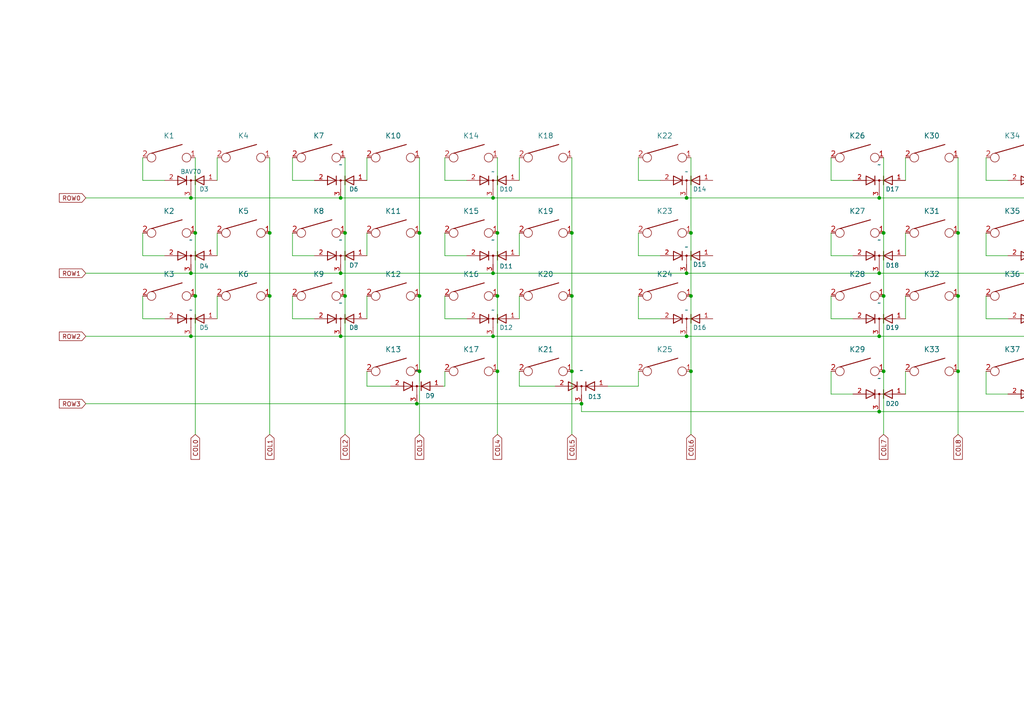
<source format=kicad_sch>
(kicad_sch (version 20211123) (generator eeschema)
  (paper "A4")
  (lib_symbols
    (symbol "Diode:BAV70" (pin_names (offset 0.762) hide)
      (property "Reference" "D" (at 0.635 -2.54 0))
      (property "Value" "BAV70" (at 0 2.54 0))
      (symbol "BAV70_0_1"
        (polyline (pts (xy -3.81 0) (xy 3.81 0)))
        (polyline (pts (xy 0 0) (xy 0 -2.54)))
        (polyline (pts (xy -1.27 -1.27) (xy -1.27 1.27) (xy -1.27 1.27)) (stroke (width 0.254)))
        (polyline (pts (xy 1.27 -1.27) (xy 1.27 1.27) (xy 1.27 1.27)) (stroke (width 0.254)))
        (polyline (pts (xy -3.81 1.27) (xy -1.27 0) (xy -3.81 -1.27) (xy -3.81 1.27) (xy -3.81 1.27) (xy -3.81 1.27)) (stroke (width 0.254)))
        (polyline (pts (xy 3.81 -1.27) (xy 1.27 0) (xy 3.81 1.27) (xy 3.81 -1.27) (xy 3.81 -1.27) (xy 3.81 -1.27)) (stroke (width 0.254)))
        (circle (center 0 0) (radius 0.254) (fill (type outline)))
        (pin passive line (at -7.62 0 0) (length 3.81) (name "A") (number "1"))
        (pin passive line (at 7.62 0 180) (length 3.81) (name "A") (number "2"))
        (pin passive line (at 0 -5.08 90) (length 2.54) (name "K") (number "3"))
      )
    )
    (symbol "keyboard_parts:KEYSW" (pin_names (offset 1.016))
      (property "Reference" "K?" (at -1.27 0 0))
      (symbol "KEYSW_0_1"
        (circle (center -5.08 0) (radius 1.27))
        (polyline (pts (xy -5.08 1.27) (xy 3.81 3.81)) (stroke (width 0.254)))
        (circle (center 5.08 0) (radius 1.27))
      )
      (symbol "KEYSW_1_1"
        (pin passive line (at 7.62 0 180) (length 1.27) (name "~") (number "1"))
        (pin passive line (at -7.62 0 0) (length 1.27) (name "~") (number "2"))
      )
    )
  )
  (junction (at 144.272 67.564))
  (junction (at 56.642 85.852))
  (junction (at 322.834 67.564))
  (junction (at 322.834 85.852))
  (junction (at 143.002 57.404))
  (junction (at 255.016 119.38))
  (junction (at 255.016 97.536))
  (junction (at 200.406 67.564))
  (junction (at 100.076 85.852))
  (junction (at 256.286 85.852))
  (junction (at 78.232 85.852))
  (junction (at 344.678 67.564))
  (junction (at 256.286 107.696))
  (junction (at 168.656 117.094))
  (junction (at 301.244 67.564))
  (junction (at 344.678 85.852))
  (junction (at 299.974 97.536))
  (junction (at 299.974 57.404))
  (junction (at 144.272 107.696))
  (junction (at 98.806 79.248))
  (junction (at 199.136 57.404))
  (junction (at 144.272 85.852))
  (junction (at 301.244 85.852))
  (junction (at 55.372 57.404))
  (junction (at 301.244 107.696))
  (junction (at 366.268 67.564))
  (junction (at 121.666 85.852))
  (junction (at 55.372 79.248))
  (junction (at 165.862 67.564))
  (junction (at 200.406 107.696))
  (junction (at 55.372 97.536))
  (junction (at 100.076 67.564))
  (junction (at 121.666 67.564))
  (junction (at 56.642 67.564))
  (junction (at 121.666 107.696))
  (junction (at 98.806 57.404))
  (junction (at 199.136 79.248))
  (junction (at 256.286 67.564))
  (junction (at 199.136 97.536))
  (junction (at 277.876 85.852))
  (junction (at 277.876 107.696))
  (junction (at 277.876 67.564))
  (junction (at 165.862 107.696))
  (junction (at 98.806 97.536))
  (junction (at 255.016 57.404))
  (junction (at 78.232 67.564))
  (junction (at 200.406 85.852))
  (junction (at 143.002 79.248))
  (junction (at 255.016 79.248))
  (junction (at 165.862 85.852))
  (junction (at 143.002 97.536))
  (junction (at 299.974 79.248))
  (junction (at 120.904 117.094))
  (wire (pts (xy 277.876 107.696) (xy 277.876 125.984)))
  (wire (pts (xy 344.678 85.852) (xy 344.678 125.984)))
  (wire (pts (xy 121.666 107.696) (xy 121.666 125.984)))
  (wire (pts (xy 299.974 57.404) (xy 343.408 57.404)))
  (wire (pts (xy 322.834 45.72) (xy 322.834 67.564)))
  (wire (pts (xy 121.666 85.852) (xy 121.666 107.696)))
  (wire (pts (xy 185.166 112.014) (xy 176.276 112.014)))
  (wire (pts (xy 335.788 74.168) (xy 329.438 74.168)))
  (wire (pts (xy 98.806 57.404) (xy 143.002 57.404)))
  (wire (pts (xy 247.396 92.456) (xy 241.046 92.456)))
  (wire (pts (xy 241.046 52.324) (xy 241.046 45.72)))
  (wire (pts (xy 256.286 67.564) (xy 256.286 85.852)))
  (wire (pts (xy 143.002 79.248) (xy 199.136 79.248)))
  (wire (pts (xy 24.892 97.536) (xy 55.372 97.536)))
  (wire (pts (xy 161.036 112.014) (xy 150.622 112.014)))
  (wire (pts (xy 200.406 45.72) (xy 200.406 67.564)))
  (wire (pts (xy 129.032 74.168) (xy 129.032 67.564)))
  (wire (pts (xy 335.788 92.456) (xy 329.438 92.456)))
  (wire (pts (xy 256.286 45.72) (xy 256.286 67.564)))
  (wire (pts (xy 128.524 112.014) (xy 129.032 112.014)))
  (wire (pts (xy 144.272 45.72) (xy 144.272 67.564)))
  (wire (pts (xy 185.166 74.168) (xy 185.166 67.564)))
  (wire (pts (xy 98.806 79.248) (xy 143.002 79.248)))
  (wire (pts (xy 185.166 52.324) (xy 185.166 45.72)))
  (wire (pts (xy 84.836 74.168) (xy 84.836 67.564)))
  (wire (pts (xy 135.382 52.324) (xy 129.032 52.324)))
  (wire (pts (xy 135.382 74.168) (xy 129.032 74.168)))
  (wire (pts (xy 255.016 119.38) (xy 168.656 119.38)))
  (wire (pts (xy 165.862 107.696) (xy 165.862 125.984)))
  (wire (pts (xy 366.268 45.72) (xy 366.268 67.564)))
  (wire (pts (xy 62.992 45.72) (xy 62.992 52.324)))
  (wire (pts (xy 262.636 45.72) (xy 262.636 52.324)))
  (wire (pts (xy 98.806 97.536) (xy 143.002 97.536)))
  (wire (pts (xy 199.136 79.248) (xy 255.016 79.248)))
  (wire (pts (xy 191.516 52.324) (xy 185.166 52.324)))
  (wire (pts (xy 255.016 97.536) (xy 299.974 97.536)))
  (wire (pts (xy 301.244 45.72) (xy 301.244 67.564)))
  (wire (pts (xy 307.594 45.72) (xy 307.594 52.324)))
  (wire (pts (xy 262.636 107.696) (xy 262.636 114.3)))
  (wire (pts (xy 56.642 85.852) (xy 56.642 125.984)))
  (wire (pts (xy 100.076 45.72) (xy 100.076 67.564)))
  (wire (pts (xy 106.426 112.014) (xy 113.284 112.014)))
  (wire (pts (xy 185.166 92.456) (xy 191.516 92.456)))
  (wire (pts (xy 255.016 79.248) (xy 299.974 79.248)))
  (wire (pts (xy 286.004 52.324) (xy 286.004 45.72)))
  (wire (pts (xy 78.232 45.72) (xy 78.232 67.564)))
  (wire (pts (xy 241.046 74.168) (xy 241.046 67.564)))
  (wire (pts (xy 307.594 85.852) (xy 307.594 92.456)))
  (wire (pts (xy 191.516 74.168) (xy 185.166 74.168)))
  (wire (pts (xy 24.892 117.094) (xy 120.904 117.094)))
  (wire (pts (xy 144.272 85.852) (xy 144.272 107.696)))
  (wire (pts (xy 301.244 85.852) (xy 301.244 107.696)))
  (wire (pts (xy 262.636 85.852) (xy 262.636 92.456)))
  (wire (pts (xy 351.028 85.852) (xy 351.028 92.456)))
  (wire (pts (xy 24.892 79.248) (xy 55.372 79.248)))
  (wire (pts (xy 299.974 79.248) (xy 343.408 79.248)))
  (wire (pts (xy 335.788 52.324) (xy 329.438 52.324)))
  (wire (pts (xy 144.272 67.564) (xy 144.272 85.852)))
  (wire (pts (xy 129.032 52.324) (xy 129.032 45.72)))
  (wire (pts (xy 165.862 45.72) (xy 165.862 67.564)))
  (wire (pts (xy 277.876 45.72) (xy 277.876 67.564)))
  (wire (pts (xy 84.836 52.324) (xy 84.836 45.72)))
  (wire (pts (xy 168.656 119.38) (xy 168.656 117.094)))
  (wire (pts (xy 129.032 92.456) (xy 129.032 85.852)))
  (wire (pts (xy 121.666 67.564) (xy 121.666 85.852)))
  (wire (pts (xy 41.402 74.168) (xy 41.402 67.564)))
  (wire (pts (xy 262.636 67.564) (xy 262.636 74.168)))
  (wire (pts (xy 135.382 92.456) (xy 129.032 92.456)))
  (wire (pts (xy 307.594 67.564) (xy 307.594 74.168)))
  (wire (pts (xy 277.876 67.564) (xy 277.876 85.852)))
  (wire (pts (xy 185.166 107.696) (xy 185.166 112.014)))
  (wire (pts (xy 247.396 74.168) (xy 241.046 74.168)))
  (wire (pts (xy 100.076 67.564) (xy 100.076 85.852)))
  (wire (pts (xy 200.406 85.852) (xy 200.406 107.696)))
  (wire (pts (xy 78.232 85.852) (xy 78.232 125.984)))
  (wire (pts (xy 351.028 45.72) (xy 351.028 52.324)))
  (wire (pts (xy 351.028 67.564) (xy 351.028 74.168)))
  (wire (pts (xy 55.372 97.536) (xy 98.806 97.536)))
  (wire (pts (xy 106.426 67.564) (xy 106.426 74.168)))
  (wire (pts (xy 62.992 67.564) (xy 62.992 74.168)))
  (wire (pts (xy 129.032 107.696) (xy 129.032 112.014)))
  (wire (pts (xy 106.426 85.852) (xy 106.426 92.456)))
  (wire (pts (xy 150.622 45.72) (xy 150.622 52.324)))
  (wire (pts (xy 286.004 92.456) (xy 286.004 85.852)))
  (wire (pts (xy 200.406 67.564) (xy 200.406 85.852)))
  (wire (pts (xy 366.268 67.564) (xy 366.268 85.852)))
  (wire (pts (xy 199.136 57.404) (xy 255.016 57.404)))
  (wire (pts (xy 55.372 79.248) (xy 98.806 79.248)))
  (wire (pts (xy 241.046 92.456) (xy 241.046 85.852)))
  (wire (pts (xy 247.396 52.324) (xy 241.046 52.324)))
  (wire (pts (xy 286.004 74.168) (xy 286.004 67.564)))
  (wire (pts (xy 185.166 85.852) (xy 185.166 92.456)))
  (wire (pts (xy 106.426 45.72) (xy 106.426 52.324)))
  (wire (pts (xy 150.622 112.014) (xy 150.622 107.696)))
  (wire (pts (xy 292.354 52.324) (xy 286.004 52.324)))
  (wire (pts (xy 277.876 85.852) (xy 277.876 107.696)))
  (wire (pts (xy 292.354 114.3) (xy 286.004 114.3)))
  (wire (pts (xy 91.186 92.456) (xy 84.836 92.456)))
  (wire (pts (xy 292.354 92.456) (xy 286.004 92.456)))
  (wire (pts (xy 91.186 74.168) (xy 84.836 74.168)))
  (wire (pts (xy 301.244 67.564) (xy 301.244 85.852)))
  (wire (pts (xy 24.892 57.404) (xy 55.372 57.404)))
  (wire (pts (xy 322.834 67.564) (xy 322.834 85.852)))
  (wire (pts (xy 47.752 92.456) (xy 41.402 92.456)))
  (wire (pts (xy 84.836 92.456) (xy 84.836 85.852)))
  (wire (pts (xy 255.016 119.38) (xy 299.974 119.38)))
  (wire (pts (xy 106.426 107.696) (xy 106.426 112.014)))
  (wire (pts (xy 199.136 97.536) (xy 255.016 97.536)))
  (wire (pts (xy 120.904 117.094) (xy 168.656 117.094)))
  (wire (pts (xy 322.834 85.852) (xy 322.834 125.984)))
  (wire (pts (xy 286.004 114.3) (xy 286.004 107.696)))
  (wire (pts (xy 247.396 114.3) (xy 241.046 114.3)))
  (wire (pts (xy 329.438 92.456) (xy 329.438 85.852)))
  (wire (pts (xy 144.272 107.696) (xy 144.272 125.984)))
  (wire (pts (xy 256.286 107.696) (xy 256.286 125.984)))
  (wire (pts (xy 299.974 97.536) (xy 343.408 97.536)))
  (wire (pts (xy 241.046 114.3) (xy 241.046 107.696)))
  (wire (pts (xy 56.642 45.72) (xy 56.642 67.564)))
  (wire (pts (xy 329.438 74.168) (xy 329.438 67.564)))
  (wire (pts (xy 143.002 57.404) (xy 199.136 57.404)))
  (wire (pts (xy 56.642 67.564) (xy 56.642 85.852)))
  (wire (pts (xy 165.862 67.564) (xy 165.862 85.852)))
  (wire (pts (xy 143.002 97.536) (xy 199.136 97.536)))
  (wire (pts (xy 100.076 85.852) (xy 100.076 125.984)))
  (wire (pts (xy 256.286 85.852) (xy 256.286 107.696)))
  (wire (pts (xy 292.354 74.168) (xy 286.004 74.168)))
  (wire (pts (xy 62.992 85.852) (xy 62.992 92.456)))
  (wire (pts (xy 329.438 52.324) (xy 329.438 45.72)))
  (wire (pts (xy 41.402 52.324) (xy 41.402 45.72)))
  (wire (pts (xy 78.232 67.564) (xy 78.232 85.852)))
  (wire (pts (xy 301.244 107.696) (xy 301.244 125.984)))
  (wire (pts (xy 200.406 107.696) (xy 200.406 125.984)))
  (wire (pts (xy 150.622 85.852) (xy 150.622 92.456)))
  (wire (pts (xy 47.752 74.168) (xy 41.402 74.168)))
  (wire (pts (xy 255.016 57.404) (xy 299.974 57.404)))
  (wire (pts (xy 344.678 67.564) (xy 344.678 85.852)))
  (wire (pts (xy 165.862 85.852) (xy 165.862 107.696)))
  (wire (pts (xy 91.186 52.324) (xy 84.836 52.324)))
  (wire (pts (xy 121.666 45.72) (xy 121.666 67.564)))
  (wire (pts (xy 55.372 57.404) (xy 98.806 57.404)))
  (wire (pts (xy 150.622 67.564) (xy 150.622 74.168)))
  (wire (pts (xy 41.402 92.456) (xy 41.402 85.852)))
  (wire (pts (xy 344.678 45.72) (xy 344.678 67.564)))
  (wire (pts (xy 47.752 52.324) (xy 41.402 52.324)))
  (global_label "COL9" (shape input) (at 301.244 125.984 270) (property "Intersheet References" "${INTERSHEET_REFS}" (effects hide)))
  (global_label "ROW0" (shape input) (at 24.892 57.404 180) (property "Intersheet References" "${INTERSHEET_REFS}" (effects hide)))
  (global_label "COL0" (shape input) (at 56.642 125.984 270) (property "Intersheet References" "${INTERSHEET_REFS}" (effects hide)))
  (global_label "COL4" (shape input) (at 144.272 125.984 270) (property "Intersheet References" "${INTERSHEET_REFS}" (effects hide)))
  (global_label "COL7" (shape input) (at 256.286 125.984 270) (property "Intersheet References" "${INTERSHEET_REFS}" (effects hide)))
  (global_label "COL11" (shape input) (at 344.678 125.984 270) (property "Intersheet References" "${INTERSHEET_REFS}" (effects hide)))
  (global_label "ROW1" (shape input) (at 24.892 79.248 180) (property "Intersheet References" "${INTERSHEET_REFS}" (effects hide)))
  (global_label "COL5" (shape input) (at 165.862 125.984 270) (property "Intersheet References" "${INTERSHEET_REFS}" (effects hide)))
  (global_label "ROW3" (shape input) (at 24.892 117.094 180) (property "Intersheet References" "${INTERSHEET_REFS}" (effects hide)))
  (global_label "COL2" (shape input) (at 100.076 125.984 270) (property "Intersheet References" "${INTERSHEET_REFS}" (effects hide)))
  (global_label "COL8" (shape input) (at 277.876 125.984 270) (property "Intersheet References" "${INTERSHEET_REFS}" (effects hide)))
  (global_label "COL6" (shape input) (at 200.406 125.984 270) (property "Intersheet References" "${INTERSHEET_REFS}" (effects hide)))
  (global_label "COL1" (shape input) (at 78.232 125.984 270) (property "Intersheet References" "${INTERSHEET_REFS}" (effects hide)))
  (global_label "COL10" (shape input) (at 322.834 125.984 270) (property "Intersheet References" "${INTERSHEET_REFS}" (effects hide)))
  (global_label "COL3" (shape input) (at 121.666 125.984 270) (property "Intersheet References" "${INTERSHEET_REFS}" (effects hide)))
  (global_label "ROW2" (shape input) (at 24.892 97.536 180) (property "Intersheet References" "${INTERSHEET_REFS}" (effects hide)))
  (symbol (lib_id "keyboard_parts:KEYSW") (at 92.456 45.72 0) (unit 1)
    (property "Reference" "K7" (at 92.456 39.37 0) (effects (font (size 1.524 1.524))))
  )
  (symbol (lib_id "keyboard_parts:KEYSW") (at 114.046 45.72 0) (unit 1)
    (property "Reference" "K10" (at 114.046 39.37 0) (effects (font (size 1.524 1.524))))
  )
  (symbol (lib_id "keyboard_parts:KEYSW") (at 293.624 107.696 0) (unit 1)
    (property "Reference" "K37" (at 293.624 101.346 0) (effects (font (size 1.524 1.524))))
  )
  (symbol (lib_id "keyboard_parts:KEYSW") (at 70.612 45.72 0) (unit 1)
    (property "Reference" "K4" (at 70.612 39.37 0) (effects (font (size 1.524 1.524))))
  )
  (symbol (lib_id "keyboard_parts:KEYSW") (at 158.242 67.564 0) (unit 1)
    (property "Reference" "K19" (at 158.242 61.214 0) (effects (font (size 1.524 1.524))))
  )
  (symbol (lib_id "keyboard_parts:KEYSW") (at 270.256 85.852 0) (unit 1)
    (property "Reference" "K32" (at 270.256 79.502 0) (effects (font (size 1.524 1.524))))
  )
  (symbol (lib_id "keyboard_parts:KEYSW") (at 158.242 45.72 0) (unit 1)
    (property "Reference" "K18" (at 158.242 39.37 0) (effects (font (size 1.524 1.524))))
  )
  (symbol (lib_id "keyboard_parts:KEYSW") (at 358.648 85.852 0) (unit 1)
    (property "Reference" "K46" (at 358.648 79.502 0) (effects (font (size 1.524 1.524))))
  )
  (symbol (lib_id "keyboard_parts:KEYSW") (at 315.214 85.852 0) (unit 1)
    (property "Reference" "K40" (at 315.214 79.502 0) (effects (font (size 1.524 1.524))))
  )
  (symbol (lib_id "Diode:BAV70") (at 255.016 114.3 0) (mirror y) (unit 1)
    (property "Reference" "D20" (at 258.826 117.094 0))
    (property "Value" "~" (at 255.016 109.728 0))
    (property "Datasheet" "https://assets.nexperia.com/documents/data-sheet/BAV70_SER.pdf" (effects hide))
  )
  (symbol (lib_id "Diode:BAV70") (at 255.016 92.456 0) (mirror y) (unit 1)
    (property "Reference" "D19" (at 258.826 94.996 0))
    (property "Value" "~" (at 255.016 87.884 0))
    (property "Datasheet" "https://assets.nexperia.com/documents/data-sheet/BAV70_SER.pdf" (effects hide))
  )
  (symbol (lib_id "Diode:BAV70") (at 55.372 52.324 0) (mirror y) (unit 1)
    (property "Reference" "D3" (at 59.182 54.864 0))
    (property "Value" "BAV70" (at 55.372 49.784 0))
    (property "Footprint" "Package_TO_SOT_SMD:SOT-23" (effects hide))
    (property "Datasheet" "https://assets.nexperia.com/documents/data-sheet/BAV70_SER.pdf" (effects hide))
  )
  (symbol (lib_id "keyboard_parts:KEYSW") (at 248.666 45.72 0) (unit 1)
    (property "Reference" "K26" (at 248.666 39.37 0) (effects (font (size 1.524 1.524))))
  )
  (symbol (lib_id "keyboard_parts:KEYSW") (at 92.456 85.852 0) (unit 1)
    (property "Reference" "K9" (at 92.456 79.502 0) (effects (font (size 1.524 1.524))))
  )
  (symbol (lib_id "Diode:BAV70") (at 299.974 92.456 0) (mirror y) (unit 1)
    (property "Reference" "D23" (at 303.784 94.996 0))
    (property "Value" "~" (at 299.974 89.916 0))
    (property "Datasheet" "https://assets.nexperia.com/documents/data-sheet/BAV70_SER.pdf" (effects hide))
  )
  (symbol (lib_id "keyboard_parts:KEYSW") (at 49.022 67.564 0) (unit 1)
    (property "Reference" "K2" (at 49.022 61.214 0) (effects (font (size 1.524 1.524))))
  )
  (symbol (lib_id "keyboard_parts:KEYSW") (at 270.256 45.72 0) (unit 1)
    (property "Reference" "K30" (at 270.256 39.37 0) (effects (font (size 1.524 1.524))))
  )
  (symbol (lib_id "Diode:BAV70") (at 143.002 52.324 0) (mirror y) (unit 1)
    (property "Reference" "D10" (at 146.812 54.864 0))
    (property "Value" "~" (at 143.002 49.784 0))
    (property "Datasheet" "https://assets.nexperia.com/documents/data-sheet/BAV70_SER.pdf" (effects hide))
  )
  (symbol (lib_id "keyboard_parts:KEYSW") (at 49.022 85.852 0) (unit 1)
    (property "Reference" "K3" (at 49.022 79.502 0) (effects (font (size 1.524 1.524))))
  )
  (symbol (lib_id "Diode:BAV70") (at 255.016 74.168 0) (mirror y) (unit 1)
    (property "Reference" "D18" (at 258.826 76.962 0))
    (property "Value" "~" (at 255.016 69.596 0))
    (property "Datasheet" "https://assets.nexperia.com/documents/data-sheet/BAV70_SER.pdf" (effects hide))
  )
  (symbol (lib_id "Diode:BAV70") (at 255.016 52.324 0) (mirror y) (unit 1)
    (property "Reference" "D17" (at 258.826 54.864 0))
    (property "Value" "~" (at 255.016 47.752 0))
    (property "Datasheet" "https://assets.nexperia.com/documents/data-sheet/BAV70_SER.pdf" (effects hide))
  )
  (symbol (lib_id "Diode:BAV70") (at 343.408 92.456 0) (mirror y) (unit 1)
    (property "Reference" "D27" (at 347.218 94.996 0))
    (property "Value" "~" (at 343.408 87.884 0))
    (property "Datasheet" "https://assets.nexperia.com/documents/data-sheet/BAV70_SER.pdf" (effects hide))
  )
  (symbol (lib_id "keyboard_parts:KEYSW") (at 293.624 45.72 0) (unit 1)
    (property "Reference" "K34" (at 293.624 39.37 0) (effects (font (size 1.524 1.524))))
  )
  (symbol (lib_id "Diode:BAV70") (at 55.372 92.456 0) (mirror y) (unit 1)
    (property "Reference" "D5" (at 59.182 94.996 0))
    (property "Value" "~" (at 55.372 89.916 0))
    (property "Datasheet" "https://assets.nexperia.com/documents/data-sheet/BAV70_SER.pdf" (effects hide))
  )
  (symbol (lib_id "Diode:BAV70") (at 55.372 74.168 0) (mirror y) (unit 1)
    (property "Reference" "D4" (at 59.182 77.216 0))
    (property "Value" "~" (at 55.372 69.596 0))
    (property "Datasheet" "https://assets.nexperia.com/documents/data-sheet/BAV70_SER.pdf" (effects hide))
  )
  (symbol (lib_id "keyboard_parts:KEYSW") (at 92.456 67.564 0) (unit 1)
    (property "Reference" "K8" (at 92.456 61.214 0) (effects (font (size 1.524 1.524))))
  )
  (symbol (lib_id "keyboard_parts:KEYSW") (at 192.786 107.696 0) (unit 1)
    (property "Reference" "K25" (at 192.786 101.346 0) (effects (font (size 1.524 1.524))))
  )
  (symbol (lib_id "keyboard_parts:KEYSW") (at 192.786 45.72 0) (unit 1)
    (property "Reference" "K22" (at 192.786 39.37 0) (effects (font (size 1.524 1.524))))
  )
  (symbol (lib_id "Diode:BAV70") (at 199.136 92.456 0) (mirror y) (unit 1)
    (property "Reference" "D16" (at 202.946 94.996 0))
    (property "Value" "~" (at 199.136 89.916 0))
    (property "Datasheet" "https://assets.nexperia.com/documents/data-sheet/BAV70_SER.pdf" (effects hide))
  )
  (symbol (lib_id "keyboard_parts:KEYSW") (at 270.256 107.696 0) (unit 1)
    (property "Reference" "K33" (at 270.256 101.346 0) (effects (font (size 1.524 1.524))))
  )
  (symbol (lib_id "keyboard_parts:KEYSW") (at 192.786 85.852 0) (unit 1)
    (property "Reference" "K24" (at 192.786 79.502 0) (effects (font (size 1.524 1.524))))
  )
  (symbol (lib_id "keyboard_parts:KEYSW") (at 136.652 107.696 0) (unit 1)
    (property "Reference" "K17" (at 136.652 101.346 0) (effects (font (size 1.524 1.524))))
  )
  (symbol (lib_id "keyboard_parts:KEYSW") (at 315.214 67.564 0) (unit 1)
    (property "Reference" "K39" (at 315.214 61.214 0) (effects (font (size 1.524 1.524))))
  )
  (symbol (lib_id "Diode:BAV70") (at 299.974 52.324 0) (mirror y) (unit 1)
    (property "Reference" "D21" (at 303.784 54.864 0))
    (property "Value" "~" (at 299.974 49.784 0))
    (property "Datasheet" "https://assets.nexperia.com/documents/data-sheet/BAV70_SER.pdf" (effects hide))
  )
  (symbol (lib_id "keyboard_parts:KEYSW") (at 337.058 85.852 0) (unit 1)
    (property "Reference" "K43" (at 337.058 79.502 0) (effects (font (size 1.524 1.524))))
  )
  (symbol (lib_id "keyboard_parts:KEYSW") (at 158.242 85.852 0) (unit 1)
    (property "Reference" "K20" (at 158.242 79.502 0) (effects (font (size 1.524 1.524))))
  )
  (symbol (lib_id "keyboard_parts:KEYSW") (at 136.652 67.564 0) (unit 1)
    (property "Reference" "K15" (at 136.652 61.214 0) (effects (font (size 1.524 1.524))))
  )
  (symbol (lib_id "keyboard_parts:KEYSW") (at 358.648 45.72 0) (unit 1)
    (property "Reference" "K44" (at 358.648 39.37 0) (effects (font (size 1.524 1.524))))
  )
  (symbol (lib_id "keyboard_parts:KEYSW") (at 248.666 67.564 0) (unit 1)
    (property "Reference" "K27" (at 248.666 61.214 0) (effects (font (size 1.524 1.524))))
  )
  (symbol (lib_id "keyboard_parts:KEYSW") (at 248.666 85.852 0) (unit 1)
    (property "Reference" "K28" (at 248.666 79.502 0) (effects (font (size 1.524 1.524))))
  )
  (symbol (lib_id "keyboard_parts:KEYSW") (at 337.058 45.72 0) (unit 1)
    (property "Reference" "K41" (at 337.058 39.37 0) (effects (font (size 1.524 1.524))))
  )
  (symbol (lib_id "keyboard_parts:KEYSW") (at 70.612 67.564 0) (unit 1)
    (property "Reference" "K5" (at 70.612 61.214 0) (effects (font (size 1.524 1.524))))
  )
  (symbol (lib_id "keyboard_parts:KEYSW") (at 270.256 67.564 0) (unit 1)
    (property "Reference" "K31" (at 270.256 61.214 0) (effects (font (size 1.524 1.524))))
  )
  (symbol (lib_id "Diode:BAV70") (at 143.002 92.456 0) (mirror y) (unit 1)
    (property "Reference" "D12" (at 146.812 94.996 0))
    (property "Value" "~" (at 143.002 89.916 0))
    (property "Datasheet" "https://assets.nexperia.com/documents/data-sheet/BAV70_SER.pdf" (effects hide))
  )
  (symbol (lib_id "Diode:BAV70") (at 199.136 52.324 0) (mirror y) (unit 1)
    (property "Reference" "D14" (at 202.946 54.864 0))
    (property "Value" "~" (at 199.136 49.784 0))
    (property "Datasheet" "https://assets.nexperia.com/documents/data-sheet/BAV70_SER.pdf" (effects hide))
  )
  (symbol (lib_id "Diode:BAV70") (at 199.136 74.168 0) (mirror y) (unit 1)
    (property "Reference" "D15" (at 202.946 76.708 0))
    (property "Value" "~" (at 199.136 71.628 0))
    (property "Datasheet" "https://assets.nexperia.com/documents/data-sheet/BAV70_SER.pdf" (effects hide))
  )
  (symbol (lib_id "keyboard_parts:KEYSW") (at 358.648 67.564 0) (unit 1)
    (property "Reference" "K45" (at 358.648 61.214 0) (effects (font (size 1.524 1.524))))
  )
  (symbol (lib_id "Diode:BAV70") (at 343.408 74.168 0) (mirror y) (unit 1)
    (property "Reference" "D26" (at 347.218 76.962 0))
    (property "Value" "~" (at 343.408 69.596 0))
    (property "Datasheet" "https://assets.nexperia.com/documents/data-sheet/BAV70_SER.pdf" (effects hide))
  )
  (symbol (lib_id "Diode:BAV70") (at 343.408 52.324 0) (mirror y) (unit 1)
    (property "Reference" "D25" (at 347.218 54.864 0))
    (property "Value" "~" (at 343.408 47.752 0))
    (property "Datasheet" "https://assets.nexperia.com/documents/data-sheet/BAV70_SER.pdf" (effects hide))
  )
  (symbol (lib_id "keyboard_parts:KEYSW") (at 248.666 107.696 0) (unit 1)
    (property "Reference" "K29" (at 248.666 101.346 0) (effects (font (size 1.524 1.524))))
  )
  (symbol (lib_id "keyboard_parts:KEYSW") (at 337.058 67.564 0) (unit 1)
    (property "Reference" "K42" (at 337.058 61.214 0) (effects (font (size 1.524 1.524))))
  )
  (symbol (lib_id "keyboard_parts:KEYSW") (at 136.652 85.852 0) (unit 1)
    (property "Reference" "K16" (at 136.652 79.502 0) (effects (font (size 1.524 1.524))))
  )
  (symbol (lib_id "Diode:BAV70") (at 98.806 92.456 0) (mirror y) (unit 1)
    (property "Reference" "D8" (at 102.616 94.996 0))
    (property "Value" "~" (at 98.806 87.884 0))
    (property "Datasheet" "https://assets.nexperia.com/documents/data-sheet/BAV70_SER.pdf" (effects hide))
  )
  (symbol (lib_id "Diode:BAV70") (at 98.806 52.324 0) (mirror y) (unit 1)
    (property "Reference" "D6" (at 102.616 54.864 0))
    (property "Value" "~" (at 98.806 47.752 0))
    (property "Datasheet" "https://assets.nexperia.com/documents/data-sheet/BAV70_SER.pdf" (effects hide))
  )
  (symbol (lib_id "Diode:BAV70") (at 299.974 114.3 0) (mirror y) (unit 1)
    (property "Reference" "D24" (at 303.784 117.348 0))
    (property "Value" "~" (at 299.974 109.728 0))
    (property "Datasheet" "https://assets.nexperia.com/documents/data-sheet/BAV70_SER.pdf" (effects hide))
  )
  (symbol (lib_id "Diode:BAV70") (at 168.656 112.014 0) (mirror y) (unit 1)
    (property "Reference" "D13" (at 172.466 115.062 0))
    (property "Value" "~" (at 168.656 107.442 0))
    (property "Datasheet" "https://assets.nexperia.com/documents/data-sheet/BAV70_SER.pdf" (effects hide))
  )
  (symbol (lib_id "keyboard_parts:KEYSW") (at 293.624 67.564 0) (unit 1)
    (property "Reference" "K35" (at 293.624 61.214 0) (effects (font (size 1.524 1.524))))
  )
  (symbol (lib_id "keyboard_parts:KEYSW") (at 70.612 85.852 0) (unit 1)
    (property "Reference" "K6" (at 70.612 79.502 0) (effects (font (size 1.524 1.524))))
  )
  (symbol (lib_id "keyboard_parts:KEYSW") (at 315.214 45.72 0) (unit 1)
    (property "Reference" "K38" (at 315.214 39.37 0) (effects (font (size 1.524 1.524))))
  )
  (symbol (lib_id "keyboard_parts:KEYSW") (at 136.652 45.72 0) (unit 1)
    (property "Reference" "K14" (at 136.652 39.37 0) (effects (font (size 1.524 1.524))))
  )
  (symbol (lib_id "Diode:BAV70") (at 143.002 74.168 0) (mirror y) (unit 1)
    (property "Reference" "D11" (at 146.812 77.216 0))
    (property "Value" "~" (at 143.002 69.596 0))
    (property "Datasheet" "https://assets.nexperia.com/documents/data-sheet/BAV70_SER.pdf" (effects hide))
  )
  (symbol (lib_id "keyboard_parts:KEYSW") (at 114.046 67.564 0) (unit 1)
    (property "Reference" "K11" (at 114.046 61.214 0) (effects (font (size 1.524 1.524))))
  )
  (symbol (lib_id "keyboard_parts:KEYSW") (at 114.046 107.696 0) (unit 1)
    (property "Reference" "K13" (at 114.046 101.346 0) (effects (font (size 1.524 1.524))))
  )
  (symbol (lib_id "keyboard_parts:KEYSW") (at 293.624 85.852 0) (unit 1)
    (property "Reference" "K36" (at 293.624 79.502 0) (effects (font (size 1.524 1.524))))
  )
  (symbol (lib_id "keyboard_parts:KEYSW") (at 192.786 67.564 0) (unit 1)
    (property "Reference" "K23" (at 192.786 61.214 0) (effects (font (size 1.524 1.524))))
  )
  (symbol (lib_id "Diode:BAV70") (at 299.974 74.168 0) (mirror y) (unit 1)
    (property "Reference" "D22" (at 303.784 77.216 0))
    (property "Value" "~" (at 299.974 69.596 0))
    (property "Datasheet" "https://assets.nexperia.com/documents/data-sheet/BAV70_SER.pdf" (effects hide))
  )
  (symbol (lib_id "Diode:BAV70") (at 98.806 74.168 0) (mirror y) (unit 1)
    (property "Reference" "D7" (at 102.616 76.962 0))
    (property "Value" "~" (at 98.806 69.596 0))
    (property "Datasheet" "https://assets.nexperia.com/documents/data-sheet/BAV70_SER.pdf" (effects hide))
  )
  (symbol (lib_id "keyboard_parts:KEYSW") (at 49.022 45.72 0) (unit 1)
    (property "Reference" "K1" (at 49.022 39.37 0) (effects (font (size 1.524 1.524))))
    (property "Value" "KEYSW" (effects hide))
  )
  (symbol (lib_id "Diode:BAV70") (at 120.904 112.014 0) (mirror y) (unit 1)
    (property "Reference" "D9" (at 124.714 114.808 0))
    (property "Value" "~" (at 120.904 107.442 0))
    (property "Datasheet" "https://assets.nexperia.com/documents/data-sheet/BAV70_SER.pdf" (effects hide))
  )
  (symbol (lib_id "keyboard_parts:KEYSW") (at 158.242 107.696 0) (unit 1)
    (property "Reference" "K21" (at 158.242 101.346 0) (effects (font (size 1.524 1.524))))
  )
  (symbol (lib_id "keyboard_parts:KEYSW") (at 114.046 85.852 0) (unit 1)
    (property "Reference" "K12" (at 114.046 79.502 0) (effects (font (size 1.524 1.524))))
  )
)
</source>
